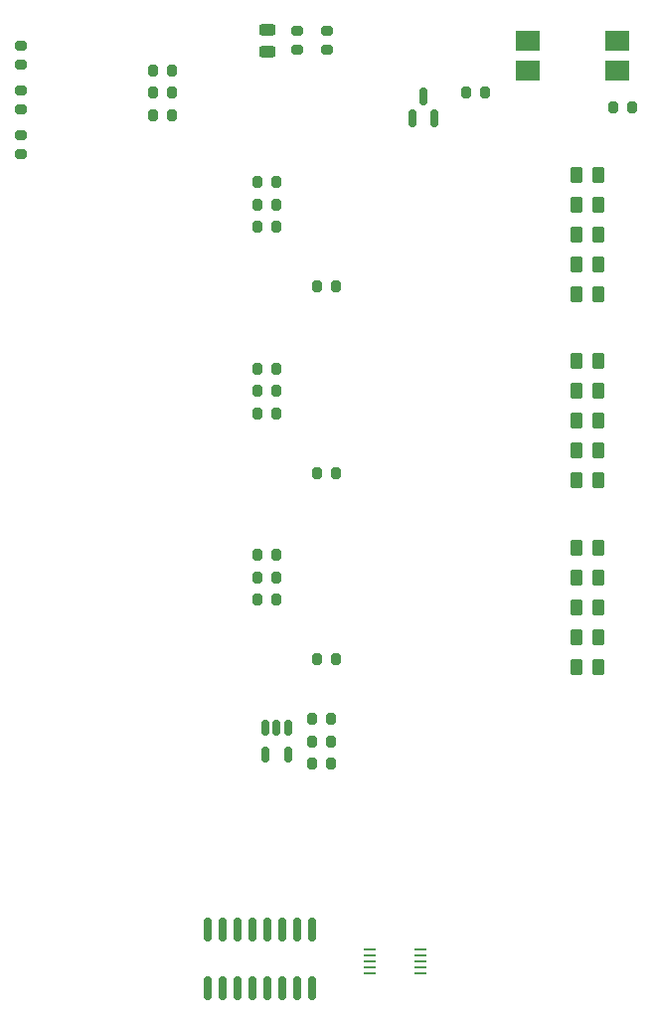
<source format=gtp>
G04 #@! TF.GenerationSoftware,KiCad,Pcbnew,(6.0.0)*
G04 #@! TF.CreationDate,2022-11-23T20:41:05+01:00*
G04 #@! TF.ProjectId,prototype-3,70726f74-6f74-4797-9065-2d332e6b6963,rev?*
G04 #@! TF.SameCoordinates,Original*
G04 #@! TF.FileFunction,Paste,Top*
G04 #@! TF.FilePolarity,Positive*
%FSLAX46Y46*%
G04 Gerber Fmt 4.6, Leading zero omitted, Abs format (unit mm)*
G04 Created by KiCad (PCBNEW (6.0.0)) date 2022-11-23 20:41:05*
%MOMM*%
%LPD*%
G01*
G04 APERTURE LIST*
G04 Aperture macros list*
%AMRoundRect*
0 Rectangle with rounded corners*
0 $1 Rounding radius*
0 $2 $3 $4 $5 $6 $7 $8 $9 X,Y pos of 4 corners*
0 Add a 4 corners polygon primitive as box body*
4,1,4,$2,$3,$4,$5,$6,$7,$8,$9,$2,$3,0*
0 Add four circle primitives for the rounded corners*
1,1,$1+$1,$2,$3*
1,1,$1+$1,$4,$5*
1,1,$1+$1,$6,$7*
1,1,$1+$1,$8,$9*
0 Add four rect primitives between the rounded corners*
20,1,$1+$1,$2,$3,$4,$5,0*
20,1,$1+$1,$4,$5,$6,$7,0*
20,1,$1+$1,$6,$7,$8,$9,0*
20,1,$1+$1,$8,$9,$2,$3,0*%
G04 Aperture macros list end*
%ADD10R,2.000000X1.780000*%
%ADD11RoundRect,0.200000X-0.200000X-0.275000X0.200000X-0.275000X0.200000X0.275000X-0.200000X0.275000X0*%
%ADD12RoundRect,0.250000X0.262500X0.450000X-0.262500X0.450000X-0.262500X-0.450000X0.262500X-0.450000X0*%
%ADD13RoundRect,0.200000X0.200000X0.275000X-0.200000X0.275000X-0.200000X-0.275000X0.200000X-0.275000X0*%
%ADD14RoundRect,0.200000X-0.275000X0.200000X-0.275000X-0.200000X0.275000X-0.200000X0.275000X0.200000X0*%
%ADD15RoundRect,0.150000X-0.150000X0.825000X-0.150000X-0.825000X0.150000X-0.825000X0.150000X0.825000X0*%
%ADD16RoundRect,0.200000X0.275000X-0.200000X0.275000X0.200000X-0.275000X0.200000X-0.275000X-0.200000X0*%
%ADD17RoundRect,0.243750X0.456250X-0.243750X0.456250X0.243750X-0.456250X0.243750X-0.456250X-0.243750X0*%
%ADD18RoundRect,0.150000X0.150000X-0.587500X0.150000X0.587500X-0.150000X0.587500X-0.150000X-0.587500X0*%
%ADD19RoundRect,0.150000X-0.150000X0.512500X-0.150000X-0.512500X0.150000X-0.512500X0.150000X0.512500X0*%
%ADD20R,1.100000X0.250000*%
G04 APERTURE END LIST*
D10*
X187960000Y-55880000D03*
X187960000Y-53340000D03*
X180340000Y-53340000D03*
X180340000Y-55880000D03*
D11*
X148400000Y-55880000D03*
X150050000Y-55880000D03*
X161925000Y-111125000D03*
X163575000Y-111125000D03*
D12*
X186332500Y-106680000D03*
X184507500Y-106680000D03*
D11*
X157290000Y-67310000D03*
X158940000Y-67310000D03*
D12*
X186332500Y-80645000D03*
X184507500Y-80645000D03*
D13*
X158940000Y-65405000D03*
X157290000Y-65405000D03*
D11*
X161925000Y-114935000D03*
X163575000Y-114935000D03*
D12*
X186332500Y-104140000D03*
X184507500Y-104140000D03*
D14*
X137160000Y-53785000D03*
X137160000Y-55435000D03*
D13*
X158940000Y-69215000D03*
X157290000Y-69215000D03*
D15*
X161925000Y-129097000D03*
X160655000Y-129097000D03*
X159385000Y-129097000D03*
X158115000Y-129097000D03*
X156845000Y-129097000D03*
X155575000Y-129097000D03*
X154305000Y-129097000D03*
X153035000Y-129097000D03*
X153035000Y-134047000D03*
X154305000Y-134047000D03*
X155575000Y-134047000D03*
X156845000Y-134047000D03*
X158115000Y-134047000D03*
X159385000Y-134047000D03*
X160655000Y-134047000D03*
X161925000Y-134047000D03*
D11*
X157290000Y-83185000D03*
X158940000Y-83185000D03*
X175070000Y-57785000D03*
X176720000Y-57785000D03*
D13*
X163575000Y-113030000D03*
X161925000Y-113030000D03*
D11*
X162370000Y-90170000D03*
X164020000Y-90170000D03*
D13*
X158940000Y-81280000D03*
X157290000Y-81280000D03*
D16*
X160655000Y-54165000D03*
X160655000Y-52515000D03*
X137160000Y-63055000D03*
X137160000Y-61405000D03*
D12*
X186332500Y-101600000D03*
X184507500Y-101600000D03*
D13*
X158940000Y-85090000D03*
X157290000Y-85090000D03*
D11*
X162370000Y-74295000D03*
X164020000Y-74295000D03*
D12*
X186332500Y-74930000D03*
X184507500Y-74930000D03*
D13*
X158940000Y-100965000D03*
X157290000Y-100965000D03*
D12*
X186332500Y-99060000D03*
X184507500Y-99060000D03*
X186332500Y-90805000D03*
X184507500Y-90805000D03*
X186332500Y-83185000D03*
X184507500Y-83185000D03*
D17*
X158115000Y-54277500D03*
X158115000Y-52402500D03*
D18*
X170500000Y-59992500D03*
X172400000Y-59992500D03*
X171450000Y-58117500D03*
D16*
X163195000Y-54165000D03*
X163195000Y-52515000D03*
D19*
X159890000Y-111892500D03*
X158940000Y-111892500D03*
X157990000Y-111892500D03*
X157990000Y-114167500D03*
X159890000Y-114167500D03*
D13*
X189230000Y-59055000D03*
X187580000Y-59055000D03*
X150050000Y-57785000D03*
X148400000Y-57785000D03*
D11*
X162370000Y-106045000D03*
X164020000Y-106045000D03*
X148400000Y-59690000D03*
X150050000Y-59690000D03*
D20*
X171187000Y-132775511D03*
X171187000Y-132275511D03*
X171187000Y-131775511D03*
X171187000Y-131275511D03*
X171187000Y-130775511D03*
X166887000Y-130775511D03*
X166887000Y-131275511D03*
X166887000Y-131775511D03*
X166887000Y-132275511D03*
X166887000Y-132775511D03*
D12*
X186332500Y-67310000D03*
X184507500Y-67310000D03*
X186332500Y-72390000D03*
X184507500Y-72390000D03*
X186332500Y-69850000D03*
X184507500Y-69850000D03*
D11*
X157290000Y-99060000D03*
X158940000Y-99060000D03*
D13*
X158940000Y-97155000D03*
X157290000Y-97155000D03*
D12*
X186332500Y-88265000D03*
X184507500Y-88265000D03*
X186332500Y-64770000D03*
X184507500Y-64770000D03*
D14*
X137160000Y-57595000D03*
X137160000Y-59245000D03*
D12*
X186332500Y-85725000D03*
X184507500Y-85725000D03*
X186332500Y-96520000D03*
X184507500Y-96520000D03*
M02*

</source>
